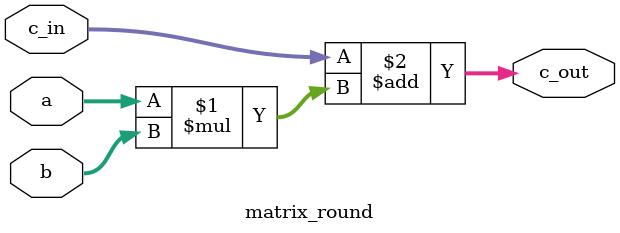
<source format=v>
module matrix_round (
input wire [7:0] a,
input wire [7:0] b,
input wire [7:0] c_in,
output wire [7:0] c_out
);
assign c_out = c_in + a * b;
endmodule

</source>
